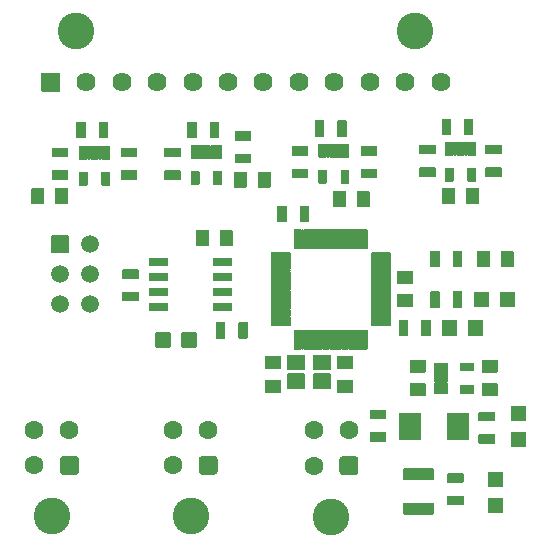
<source format=gts>
G04 #@! TF.GenerationSoftware,KiCad,Pcbnew,5.1.10*
G04 #@! TF.CreationDate,2022-03-08T21:35:18-05:00*
G04 #@! TF.ProjectId,throttle,7468726f-7474-46c6-952e-6b696361645f,Rev 2*
G04 #@! TF.SameCoordinates,Original*
G04 #@! TF.FileFunction,Soldermask,Top*
G04 #@! TF.FilePolarity,Negative*
%FSLAX46Y46*%
G04 Gerber Fmt 4.6, Leading zero omitted, Abs format (unit mm)*
G04 Created by KiCad (PCBNEW 5.1.10) date 2022-03-08 21:35:18*
%MOMM*%
%LPD*%
G01*
G04 APERTURE LIST*
%ADD10C,3.102000*%
%ADD11C,1.602000*%
%ADD12C,1.502000*%
%ADD13C,1.622000*%
%ADD14C,3.101999*%
%ADD15C,0.100000*%
G04 APERTURE END LIST*
D10*
X162369500Y-127635000D03*
G36*
G01*
X164670500Y-122781000D02*
X164670500Y-123849000D01*
G75*
G02*
X164403500Y-124116000I-267000J0D01*
G01*
X163335500Y-124116000D01*
G75*
G02*
X163068500Y-123849000I0J267000D01*
G01*
X163068500Y-122781000D01*
G75*
G02*
X163335500Y-122514000I267000J0D01*
G01*
X164403500Y-122514000D01*
G75*
G02*
X164670500Y-122781000I0J-267000D01*
G01*
G37*
D11*
X160869500Y-123315000D03*
X163869500Y-120315000D03*
X160869500Y-120315000D03*
G36*
G01*
X194422000Y-109933501D02*
X194422000Y-108633499D01*
G75*
G02*
X194472999Y-108582500I50999J0D01*
G01*
X195173001Y-108582500D01*
G75*
G02*
X195224000Y-108633499I0J-50999D01*
G01*
X195224000Y-109933501D01*
G75*
G02*
X195173001Y-109984500I-50999J0D01*
G01*
X194472999Y-109984500D01*
G75*
G02*
X194422000Y-109933501I0J50999D01*
G01*
G37*
G36*
G01*
X196322000Y-109933501D02*
X196322000Y-108633499D01*
G75*
G02*
X196372999Y-108582500I50999J0D01*
G01*
X197073001Y-108582500D01*
G75*
G02*
X197124000Y-108633499I0J-50999D01*
G01*
X197124000Y-109933501D01*
G75*
G02*
X197073001Y-109984500I-50999J0D01*
G01*
X196372999Y-109984500D01*
G75*
G02*
X196322000Y-109933501I0J50999D01*
G01*
G37*
G36*
G01*
X198104000Y-109883501D02*
X198104000Y-108683499D01*
G75*
G02*
X198154999Y-108632500I50999J0D01*
G01*
X199355001Y-108632500D01*
G75*
G02*
X199406000Y-108683499I0J-50999D01*
G01*
X199406000Y-109883501D01*
G75*
G02*
X199355001Y-109934500I-50999J0D01*
G01*
X198154999Y-109934500D01*
G75*
G02*
X198104000Y-109883501I0J50999D01*
G01*
G37*
G36*
G01*
X200304000Y-109883501D02*
X200304000Y-108683499D01*
G75*
G02*
X200354999Y-108632500I50999J0D01*
G01*
X201555001Y-108632500D01*
G75*
G02*
X201606000Y-108683499I0J-50999D01*
G01*
X201606000Y-109883501D01*
G75*
G02*
X201555001Y-109934500I-50999J0D01*
G01*
X200354999Y-109934500D01*
G75*
G02*
X200304000Y-109883501I0J50999D01*
G01*
G37*
G36*
G01*
X191750000Y-112346501D02*
X191750000Y-111046499D01*
G75*
G02*
X191800999Y-110995500I50999J0D01*
G01*
X192501001Y-110995500D01*
G75*
G02*
X192552000Y-111046499I0J-50999D01*
G01*
X192552000Y-112346501D01*
G75*
G02*
X192501001Y-112397500I-50999J0D01*
G01*
X191800999Y-112397500D01*
G75*
G02*
X191750000Y-112346501I0J50999D01*
G01*
G37*
G36*
G01*
X193650000Y-112346501D02*
X193650000Y-111046499D01*
G75*
G02*
X193700999Y-110995500I50999J0D01*
G01*
X194401001Y-110995500D01*
G75*
G02*
X194452000Y-111046499I0J-50999D01*
G01*
X194452000Y-112346501D01*
G75*
G02*
X194401001Y-112397500I-50999J0D01*
G01*
X193700999Y-112397500D01*
G75*
G02*
X193650000Y-112346501I0J50999D01*
G01*
G37*
G36*
G01*
X195396000Y-112296501D02*
X195396000Y-111096499D01*
G75*
G02*
X195446999Y-111045500I50999J0D01*
G01*
X196647001Y-111045500D01*
G75*
G02*
X196698000Y-111096499I0J-50999D01*
G01*
X196698000Y-112296501D01*
G75*
G02*
X196647001Y-112347500I-50999J0D01*
G01*
X195446999Y-112347500D01*
G75*
G02*
X195396000Y-112296501I0J50999D01*
G01*
G37*
G36*
G01*
X197596000Y-112296501D02*
X197596000Y-111096499D01*
G75*
G02*
X197646999Y-111045500I50999J0D01*
G01*
X198847001Y-111045500D01*
G75*
G02*
X198898000Y-111096499I0J-50999D01*
G01*
X198898000Y-112296501D01*
G75*
G02*
X198847001Y-112347500I-50999J0D01*
G01*
X197646999Y-112347500D01*
G75*
G02*
X197596000Y-112296501I0J50999D01*
G01*
G37*
G36*
G01*
X177911999Y-95039500D02*
X179212001Y-95039500D01*
G75*
G02*
X179263000Y-95090499I0J-50999D01*
G01*
X179263000Y-95790501D01*
G75*
G02*
X179212001Y-95841500I-50999J0D01*
G01*
X177911999Y-95841500D01*
G75*
G02*
X177861000Y-95790501I0J50999D01*
G01*
X177861000Y-95090499D01*
G75*
G02*
X177911999Y-95039500I50999J0D01*
G01*
G37*
G36*
G01*
X177911999Y-96939500D02*
X179212001Y-96939500D01*
G75*
G02*
X179263000Y-96990499I0J-50999D01*
G01*
X179263000Y-97690501D01*
G75*
G02*
X179212001Y-97741500I-50999J0D01*
G01*
X177911999Y-97741500D01*
G75*
G02*
X177861000Y-97690501I0J50999D01*
G01*
X177861000Y-96990499D01*
G75*
G02*
X177911999Y-96939500I50999J0D01*
G01*
G37*
G36*
G01*
X177063000Y-111236999D02*
X177063000Y-112537001D01*
G75*
G02*
X177012001Y-112588000I-50999J0D01*
G01*
X176311999Y-112588000D01*
G75*
G02*
X176261000Y-112537001I0J50999D01*
G01*
X176261000Y-111236999D01*
G75*
G02*
X176311999Y-111186000I50999J0D01*
G01*
X177012001Y-111186000D01*
G75*
G02*
X177063000Y-111236999I0J-50999D01*
G01*
G37*
G36*
G01*
X178963000Y-111236999D02*
X178963000Y-112537001D01*
G75*
G02*
X178912001Y-112588000I-50999J0D01*
G01*
X178211999Y-112588000D01*
G75*
G02*
X178161000Y-112537001I0J50999D01*
G01*
X178161000Y-111236999D01*
G75*
G02*
X178211999Y-111186000I50999J0D01*
G01*
X178912001Y-111186000D01*
G75*
G02*
X178963000Y-111236999I0J-50999D01*
G01*
G37*
G36*
G01*
X172441000Y-112112499D02*
X172441000Y-113312501D01*
G75*
G02*
X172390001Y-113363500I-50999J0D01*
G01*
X171189999Y-113363500D01*
G75*
G02*
X171139000Y-113312501I0J50999D01*
G01*
X171139000Y-112112499D01*
G75*
G02*
X171189999Y-112061500I50999J0D01*
G01*
X172390001Y-112061500D01*
G75*
G02*
X172441000Y-112112499I0J-50999D01*
G01*
G37*
G36*
G01*
X174641000Y-112112499D02*
X174641000Y-113312501D01*
G75*
G02*
X174590001Y-113363500I-50999J0D01*
G01*
X173389999Y-113363500D01*
G75*
G02*
X173339000Y-113312501I0J50999D01*
G01*
X173339000Y-112112499D01*
G75*
G02*
X173389999Y-112061500I50999J0D01*
G01*
X174590001Y-112061500D01*
G75*
G02*
X174641000Y-112112499I0J-50999D01*
G01*
G37*
G36*
G01*
X175684000Y-103451500D02*
X175684000Y-104701500D01*
G75*
G02*
X175633000Y-104752500I-51000J0D01*
G01*
X174633000Y-104752500D01*
G75*
G02*
X174582000Y-104701500I0J51000D01*
G01*
X174582000Y-103451500D01*
G75*
G02*
X174633000Y-103400500I51000J0D01*
G01*
X175633000Y-103400500D01*
G75*
G02*
X175684000Y-103451500I0J-51000D01*
G01*
G37*
G36*
G01*
X177684000Y-103451500D02*
X177684000Y-104701500D01*
G75*
G02*
X177633000Y-104752500I-51000J0D01*
G01*
X176633000Y-104752500D01*
G75*
G02*
X176582000Y-104701500I0J51000D01*
G01*
X176582000Y-103451500D01*
G75*
G02*
X176633000Y-103400500I51000J0D01*
G01*
X177633000Y-103400500D01*
G75*
G02*
X177684000Y-103451500I0J-51000D01*
G01*
G37*
G36*
G01*
X201465000Y-105229500D02*
X201465000Y-106479500D01*
G75*
G02*
X201414000Y-106530500I-51000J0D01*
G01*
X200414000Y-106530500D01*
G75*
G02*
X200363000Y-106479500I0J51000D01*
G01*
X200363000Y-105229500D01*
G75*
G02*
X200414000Y-105178500I51000J0D01*
G01*
X201414000Y-105178500D01*
G75*
G02*
X201465000Y-105229500I0J-51000D01*
G01*
G37*
G36*
G01*
X199465000Y-105229500D02*
X199465000Y-106479500D01*
G75*
G02*
X199414000Y-106530500I-51000J0D01*
G01*
X198414000Y-106530500D01*
G75*
G02*
X198363000Y-106479500I0J51000D01*
G01*
X198363000Y-105229500D01*
G75*
G02*
X198414000Y-105178500I51000J0D01*
G01*
X199414000Y-105178500D01*
G75*
G02*
X199465000Y-105229500I0J-51000D01*
G01*
G37*
G36*
G01*
X192903000Y-109929500D02*
X191653000Y-109929500D01*
G75*
G02*
X191602000Y-109878500I0J51000D01*
G01*
X191602000Y-108878500D01*
G75*
G02*
X191653000Y-108827500I51000J0D01*
G01*
X192903000Y-108827500D01*
G75*
G02*
X192954000Y-108878500I0J-51000D01*
G01*
X192954000Y-109878500D01*
G75*
G02*
X192903000Y-109929500I-51000J0D01*
G01*
G37*
G36*
G01*
X192903000Y-107929500D02*
X191653000Y-107929500D01*
G75*
G02*
X191602000Y-107878500I0J51000D01*
G01*
X191602000Y-106878500D01*
G75*
G02*
X191653000Y-106827500I51000J0D01*
G01*
X192903000Y-106827500D01*
G75*
G02*
X192954000Y-106878500I0J-51000D01*
G01*
X192954000Y-107878500D01*
G75*
G02*
X192903000Y-107929500I-51000J0D01*
G01*
G37*
G36*
G01*
X186573000Y-116066500D02*
X187823000Y-116066500D01*
G75*
G02*
X187874000Y-116117500I0J-51000D01*
G01*
X187874000Y-117117500D01*
G75*
G02*
X187823000Y-117168500I-51000J0D01*
G01*
X186573000Y-117168500D01*
G75*
G02*
X186522000Y-117117500I0J51000D01*
G01*
X186522000Y-116117500D01*
G75*
G02*
X186573000Y-116066500I51000J0D01*
G01*
G37*
G36*
G01*
X186573000Y-114066500D02*
X187823000Y-114066500D01*
G75*
G02*
X187874000Y-114117500I0J-51000D01*
G01*
X187874000Y-115117500D01*
G75*
G02*
X187823000Y-115168500I-51000J0D01*
G01*
X186573000Y-115168500D01*
G75*
G02*
X186522000Y-115117500I0J51000D01*
G01*
X186522000Y-114117500D01*
G75*
G02*
X186573000Y-114066500I51000J0D01*
G01*
G37*
G36*
G01*
X181727000Y-117168500D02*
X180477000Y-117168500D01*
G75*
G02*
X180426000Y-117117500I0J51000D01*
G01*
X180426000Y-116117500D01*
G75*
G02*
X180477000Y-116066500I51000J0D01*
G01*
X181727000Y-116066500D01*
G75*
G02*
X181778000Y-116117500I0J-51000D01*
G01*
X181778000Y-117117500D01*
G75*
G02*
X181727000Y-117168500I-51000J0D01*
G01*
G37*
G36*
G01*
X181727000Y-115168500D02*
X180477000Y-115168500D01*
G75*
G02*
X180426000Y-115117500I0J51000D01*
G01*
X180426000Y-114117500D01*
G75*
G02*
X180477000Y-114066500I51000J0D01*
G01*
X181727000Y-114066500D01*
G75*
G02*
X181778000Y-114117500I0J-51000D01*
G01*
X181778000Y-115117500D01*
G75*
G02*
X181727000Y-115168500I-51000J0D01*
G01*
G37*
G36*
G01*
X162317000Y-105284500D02*
X162317000Y-103884500D01*
G75*
G02*
X162368000Y-103833500I51000J0D01*
G01*
X163768000Y-103833500D01*
G75*
G02*
X163819000Y-103884500I0J-51000D01*
G01*
X163819000Y-105284500D01*
G75*
G02*
X163768000Y-105335500I-51000J0D01*
G01*
X162368000Y-105335500D01*
G75*
G02*
X162317000Y-105284500I0J51000D01*
G01*
G37*
D12*
X165608000Y-104584500D03*
X163068000Y-107124500D03*
X165608000Y-107124500D03*
X163068000Y-109664500D03*
X165608000Y-109664500D03*
G36*
G01*
X163102719Y-90108499D02*
X163102719Y-91628501D01*
G75*
G02*
X163051720Y-91679500I-50999J0D01*
G01*
X161531718Y-91679500D01*
G75*
G02*
X161480719Y-91628501I0J50999D01*
G01*
X161480719Y-90108499D01*
G75*
G02*
X161531718Y-90057500I50999J0D01*
G01*
X163051720Y-90057500D01*
G75*
G02*
X163102719Y-90108499I0J-50999D01*
G01*
G37*
D13*
X165291718Y-90868500D03*
X168291717Y-90868500D03*
X171291716Y-90868500D03*
X174291715Y-90868500D03*
X177291714Y-90868500D03*
X180291713Y-90868500D03*
X183291713Y-90868500D03*
X186291712Y-90868500D03*
X189291711Y-90868500D03*
X192291710Y-90868500D03*
X195291709Y-90868500D03*
D14*
X164441763Y-86548501D03*
X193141706Y-86548501D03*
G36*
G01*
X195224000Y-105204499D02*
X195224000Y-106504501D01*
G75*
G02*
X195173001Y-106555500I-50999J0D01*
G01*
X194472999Y-106555500D01*
G75*
G02*
X194422000Y-106504501I0J50999D01*
G01*
X194422000Y-105204499D01*
G75*
G02*
X194472999Y-105153500I50999J0D01*
G01*
X195173001Y-105153500D01*
G75*
G02*
X195224000Y-105204499I0J-50999D01*
G01*
G37*
G36*
G01*
X197124000Y-105204499D02*
X197124000Y-106504501D01*
G75*
G02*
X197073001Y-106555500I-50999J0D01*
G01*
X196372999Y-106555500D01*
G75*
G02*
X196322000Y-106504501I0J50999D01*
G01*
X196322000Y-105204499D01*
G75*
G02*
X196372999Y-105153500I50999J0D01*
G01*
X197073001Y-105153500D01*
G75*
G02*
X197124000Y-105204499I0J-50999D01*
G01*
G37*
G36*
G01*
X169687001Y-109430500D02*
X168386999Y-109430500D01*
G75*
G02*
X168336000Y-109379501I0J50999D01*
G01*
X168336000Y-108679499D01*
G75*
G02*
X168386999Y-108628500I50999J0D01*
G01*
X169687001Y-108628500D01*
G75*
G02*
X169738000Y-108679499I0J-50999D01*
G01*
X169738000Y-109379501D01*
G75*
G02*
X169687001Y-109430500I-50999J0D01*
G01*
G37*
G36*
G01*
X169687001Y-107530500D02*
X168386999Y-107530500D01*
G75*
G02*
X168336000Y-107479501I0J50999D01*
G01*
X168336000Y-106779499D01*
G75*
G02*
X168386999Y-106728500I50999J0D01*
G01*
X169687001Y-106728500D01*
G75*
G02*
X169738000Y-106779499I0J-50999D01*
G01*
X169738000Y-107479501D01*
G75*
G02*
X169687001Y-107530500I-50999J0D01*
G01*
G37*
G36*
G01*
X181468000Y-102694501D02*
X181468000Y-101394499D01*
G75*
G02*
X181518999Y-101343500I50999J0D01*
G01*
X182219001Y-101343500D01*
G75*
G02*
X182270000Y-101394499I0J-50999D01*
G01*
X182270000Y-102694501D01*
G75*
G02*
X182219001Y-102745500I-50999J0D01*
G01*
X181518999Y-102745500D01*
G75*
G02*
X181468000Y-102694501I0J50999D01*
G01*
G37*
G36*
G01*
X183368000Y-102694501D02*
X183368000Y-101394499D01*
G75*
G02*
X183418999Y-101343500I50999J0D01*
G01*
X184119001Y-101343500D01*
G75*
G02*
X184170000Y-101394499I0J-50999D01*
G01*
X184170000Y-102694501D01*
G75*
G02*
X184119001Y-102745500I-50999J0D01*
G01*
X183418999Y-102745500D01*
G75*
G02*
X183368000Y-102694501I0J50999D01*
G01*
G37*
G36*
G01*
X196174000Y-94028499D02*
X196174000Y-95328501D01*
G75*
G02*
X196123001Y-95379500I-50999J0D01*
G01*
X195422999Y-95379500D01*
G75*
G02*
X195372000Y-95328501I0J50999D01*
G01*
X195372000Y-94028499D01*
G75*
G02*
X195422999Y-93977500I50999J0D01*
G01*
X196123001Y-93977500D01*
G75*
G02*
X196174000Y-94028499I0J-50999D01*
G01*
G37*
G36*
G01*
X198074000Y-94028499D02*
X198074000Y-95328501D01*
G75*
G02*
X198023001Y-95379500I-50999J0D01*
G01*
X197322999Y-95379500D01*
G75*
G02*
X197272000Y-95328501I0J50999D01*
G01*
X197272000Y-94028499D01*
G75*
G02*
X197322999Y-93977500I50999J0D01*
G01*
X198023001Y-93977500D01*
G75*
G02*
X198074000Y-94028499I0J-50999D01*
G01*
G37*
G36*
G01*
X174650000Y-94282499D02*
X174650000Y-95582501D01*
G75*
G02*
X174599001Y-95633500I-50999J0D01*
G01*
X173898999Y-95633500D01*
G75*
G02*
X173848000Y-95582501I0J50999D01*
G01*
X173848000Y-94282499D01*
G75*
G02*
X173898999Y-94231500I50999J0D01*
G01*
X174599001Y-94231500D01*
G75*
G02*
X174650000Y-94282499I0J-50999D01*
G01*
G37*
G36*
G01*
X176550000Y-94282499D02*
X176550000Y-95582501D01*
G75*
G02*
X176499001Y-95633500I-50999J0D01*
G01*
X175798999Y-95633500D01*
G75*
G02*
X175748000Y-95582501I0J50999D01*
G01*
X175748000Y-94282499D01*
G75*
G02*
X175798999Y-94231500I50999J0D01*
G01*
X176499001Y-94231500D01*
G75*
G02*
X176550000Y-94282499I0J-50999D01*
G01*
G37*
G36*
G01*
X199120999Y-98082500D02*
X200421001Y-98082500D01*
G75*
G02*
X200472000Y-98133499I0J-50999D01*
G01*
X200472000Y-98833501D01*
G75*
G02*
X200421001Y-98884500I-50999J0D01*
G01*
X199120999Y-98884500D01*
G75*
G02*
X199070000Y-98833501I0J50999D01*
G01*
X199070000Y-98133499D01*
G75*
G02*
X199120999Y-98082500I50999J0D01*
G01*
G37*
G36*
G01*
X199120999Y-96182500D02*
X200421001Y-96182500D01*
G75*
G02*
X200472000Y-96233499I0J-50999D01*
G01*
X200472000Y-96933501D01*
G75*
G02*
X200421001Y-96984500I-50999J0D01*
G01*
X199120999Y-96984500D01*
G75*
G02*
X199070000Y-96933501I0J50999D01*
G01*
X199070000Y-96233499D01*
G75*
G02*
X199120999Y-96182500I50999J0D01*
G01*
G37*
G36*
G01*
X194833001Y-98884500D02*
X193532999Y-98884500D01*
G75*
G02*
X193482000Y-98833501I0J50999D01*
G01*
X193482000Y-98133499D01*
G75*
G02*
X193532999Y-98082500I50999J0D01*
G01*
X194833001Y-98082500D01*
G75*
G02*
X194884000Y-98133499I0J-50999D01*
G01*
X194884000Y-98833501D01*
G75*
G02*
X194833001Y-98884500I-50999J0D01*
G01*
G37*
G36*
G01*
X194833001Y-96984500D02*
X193532999Y-96984500D01*
G75*
G02*
X193482000Y-96933501I0J50999D01*
G01*
X193482000Y-96233499D01*
G75*
G02*
X193532999Y-96182500I50999J0D01*
G01*
X194833001Y-96182500D01*
G75*
G02*
X194884000Y-96233499I0J-50999D01*
G01*
X194884000Y-96933501D01*
G75*
G02*
X194833001Y-96984500I-50999J0D01*
G01*
G37*
G36*
G01*
X173243001Y-97238500D02*
X171942999Y-97238500D01*
G75*
G02*
X171892000Y-97187501I0J50999D01*
G01*
X171892000Y-96487499D01*
G75*
G02*
X171942999Y-96436500I50999J0D01*
G01*
X173243001Y-96436500D01*
G75*
G02*
X173294000Y-96487499I0J-50999D01*
G01*
X173294000Y-97187501D01*
G75*
G02*
X173243001Y-97238500I-50999J0D01*
G01*
G37*
G36*
G01*
X173243001Y-99138500D02*
X171942999Y-99138500D01*
G75*
G02*
X171892000Y-99087501I0J50999D01*
G01*
X171892000Y-98387499D01*
G75*
G02*
X171942999Y-98336500I50999J0D01*
G01*
X173243001Y-98336500D01*
G75*
G02*
X173294000Y-98387499I0J-50999D01*
G01*
X173294000Y-99087501D01*
G75*
G02*
X173243001Y-99138500I-50999J0D01*
G01*
G37*
G36*
G01*
X187345000Y-94155499D02*
X187345000Y-95455501D01*
G75*
G02*
X187294001Y-95506500I-50999J0D01*
G01*
X186593999Y-95506500D01*
G75*
G02*
X186543000Y-95455501I0J50999D01*
G01*
X186543000Y-94155499D01*
G75*
G02*
X186593999Y-94104500I50999J0D01*
G01*
X187294001Y-94104500D01*
G75*
G02*
X187345000Y-94155499I0J-50999D01*
G01*
G37*
G36*
G01*
X185445000Y-94155499D02*
X185445000Y-95455501D01*
G75*
G02*
X185394001Y-95506500I-50999J0D01*
G01*
X184693999Y-95506500D01*
G75*
G02*
X184643000Y-95455501I0J50999D01*
G01*
X184643000Y-94155499D01*
G75*
G02*
X184693999Y-94104500I50999J0D01*
G01*
X185394001Y-94104500D01*
G75*
G02*
X185445000Y-94155499I0J-50999D01*
G01*
G37*
G36*
G01*
X165252000Y-94282499D02*
X165252000Y-95582501D01*
G75*
G02*
X165201001Y-95633500I-50999J0D01*
G01*
X164500999Y-95633500D01*
G75*
G02*
X164450000Y-95582501I0J50999D01*
G01*
X164450000Y-94282499D01*
G75*
G02*
X164500999Y-94231500I50999J0D01*
G01*
X165201001Y-94231500D01*
G75*
G02*
X165252000Y-94282499I0J-50999D01*
G01*
G37*
G36*
G01*
X167152000Y-94282499D02*
X167152000Y-95582501D01*
G75*
G02*
X167101001Y-95633500I-50999J0D01*
G01*
X166400999Y-95633500D01*
G75*
G02*
X166350000Y-95582501I0J50999D01*
G01*
X166350000Y-94282499D01*
G75*
G02*
X166400999Y-94231500I50999J0D01*
G01*
X167101001Y-94231500D01*
G75*
G02*
X167152000Y-94282499I0J-50999D01*
G01*
G37*
G36*
G01*
X188579999Y-96309500D02*
X189880001Y-96309500D01*
G75*
G02*
X189931000Y-96360499I0J-50999D01*
G01*
X189931000Y-97060501D01*
G75*
G02*
X189880001Y-97111500I-50999J0D01*
G01*
X188579999Y-97111500D01*
G75*
G02*
X188529000Y-97060501I0J50999D01*
G01*
X188529000Y-96360499D01*
G75*
G02*
X188579999Y-96309500I50999J0D01*
G01*
G37*
G36*
G01*
X188579999Y-98209500D02*
X189880001Y-98209500D01*
G75*
G02*
X189931000Y-98260499I0J-50999D01*
G01*
X189931000Y-98960501D01*
G75*
G02*
X189880001Y-99011500I-50999J0D01*
G01*
X188579999Y-99011500D01*
G75*
G02*
X188529000Y-98960501I0J50999D01*
G01*
X188529000Y-98260499D01*
G75*
G02*
X188579999Y-98209500I50999J0D01*
G01*
G37*
G36*
G01*
X184038001Y-99011500D02*
X182737999Y-99011500D01*
G75*
G02*
X182687000Y-98960501I0J50999D01*
G01*
X182687000Y-98260499D01*
G75*
G02*
X182737999Y-98209500I50999J0D01*
G01*
X184038001Y-98209500D01*
G75*
G02*
X184089000Y-98260499I0J-50999D01*
G01*
X184089000Y-98960501D01*
G75*
G02*
X184038001Y-99011500I-50999J0D01*
G01*
G37*
G36*
G01*
X184038001Y-97111500D02*
X182737999Y-97111500D01*
G75*
G02*
X182687000Y-97060501I0J50999D01*
G01*
X182687000Y-96360499D01*
G75*
G02*
X182737999Y-96309500I50999J0D01*
G01*
X184038001Y-96309500D01*
G75*
G02*
X184089000Y-96360499I0J-50999D01*
G01*
X184089000Y-97060501D01*
G75*
G02*
X184038001Y-97111500I-50999J0D01*
G01*
G37*
G36*
G01*
X168259999Y-98336500D02*
X169560001Y-98336500D01*
G75*
G02*
X169611000Y-98387499I0J-50999D01*
G01*
X169611000Y-99087501D01*
G75*
G02*
X169560001Y-99138500I-50999J0D01*
G01*
X168259999Y-99138500D01*
G75*
G02*
X168209000Y-99087501I0J50999D01*
G01*
X168209000Y-98387499D01*
G75*
G02*
X168259999Y-98336500I50999J0D01*
G01*
G37*
G36*
G01*
X168259999Y-96436500D02*
X169560001Y-96436500D01*
G75*
G02*
X169611000Y-96487499I0J-50999D01*
G01*
X169611000Y-97187501D01*
G75*
G02*
X169560001Y-97238500I-50999J0D01*
G01*
X168259999Y-97238500D01*
G75*
G02*
X168209000Y-97187501I0J50999D01*
G01*
X168209000Y-96487499D01*
G75*
G02*
X168259999Y-96436500I50999J0D01*
G01*
G37*
G36*
G01*
X163718001Y-99138500D02*
X162417999Y-99138500D01*
G75*
G02*
X162367000Y-99087501I0J50999D01*
G01*
X162367000Y-98387499D01*
G75*
G02*
X162417999Y-98336500I50999J0D01*
G01*
X163718001Y-98336500D01*
G75*
G02*
X163769000Y-98387499I0J-50999D01*
G01*
X163769000Y-99087501D01*
G75*
G02*
X163718001Y-99138500I-50999J0D01*
G01*
G37*
G36*
G01*
X163718001Y-97238500D02*
X162417999Y-97238500D01*
G75*
G02*
X162367000Y-97187501I0J50999D01*
G01*
X162367000Y-96487499D01*
G75*
G02*
X162417999Y-96436500I50999J0D01*
G01*
X163718001Y-96436500D01*
G75*
G02*
X163769000Y-96487499I0J-50999D01*
G01*
X163769000Y-97187501D01*
G75*
G02*
X163718001Y-97238500I-50999J0D01*
G01*
G37*
G36*
G01*
X172243000Y-109618500D02*
X172243000Y-110218500D01*
G75*
G02*
X172192000Y-110269500I-51000J0D01*
G01*
X170642000Y-110269500D01*
G75*
G02*
X170591000Y-110218500I0J51000D01*
G01*
X170591000Y-109618500D01*
G75*
G02*
X170642000Y-109567500I51000J0D01*
G01*
X172192000Y-109567500D01*
G75*
G02*
X172243000Y-109618500I0J-51000D01*
G01*
G37*
G36*
G01*
X172243000Y-108348500D02*
X172243000Y-108948500D01*
G75*
G02*
X172192000Y-108999500I-51000J0D01*
G01*
X170642000Y-108999500D01*
G75*
G02*
X170591000Y-108948500I0J51000D01*
G01*
X170591000Y-108348500D01*
G75*
G02*
X170642000Y-108297500I51000J0D01*
G01*
X172192000Y-108297500D01*
G75*
G02*
X172243000Y-108348500I0J-51000D01*
G01*
G37*
G36*
G01*
X172243000Y-107078500D02*
X172243000Y-107678500D01*
G75*
G02*
X172192000Y-107729500I-51000J0D01*
G01*
X170642000Y-107729500D01*
G75*
G02*
X170591000Y-107678500I0J51000D01*
G01*
X170591000Y-107078500D01*
G75*
G02*
X170642000Y-107027500I51000J0D01*
G01*
X172192000Y-107027500D01*
G75*
G02*
X172243000Y-107078500I0J-51000D01*
G01*
G37*
G36*
G01*
X172243000Y-105808500D02*
X172243000Y-106408500D01*
G75*
G02*
X172192000Y-106459500I-51000J0D01*
G01*
X170642000Y-106459500D01*
G75*
G02*
X170591000Y-106408500I0J51000D01*
G01*
X170591000Y-105808500D01*
G75*
G02*
X170642000Y-105757500I51000J0D01*
G01*
X172192000Y-105757500D01*
G75*
G02*
X172243000Y-105808500I0J-51000D01*
G01*
G37*
G36*
G01*
X177643000Y-105808500D02*
X177643000Y-106408500D01*
G75*
G02*
X177592000Y-106459500I-51000J0D01*
G01*
X176042000Y-106459500D01*
G75*
G02*
X175991000Y-106408500I0J51000D01*
G01*
X175991000Y-105808500D01*
G75*
G02*
X176042000Y-105757500I51000J0D01*
G01*
X177592000Y-105757500D01*
G75*
G02*
X177643000Y-105808500I0J-51000D01*
G01*
G37*
G36*
G01*
X177643000Y-107078500D02*
X177643000Y-107678500D01*
G75*
G02*
X177592000Y-107729500I-51000J0D01*
G01*
X176042000Y-107729500D01*
G75*
G02*
X175991000Y-107678500I0J51000D01*
G01*
X175991000Y-107078500D01*
G75*
G02*
X176042000Y-107027500I51000J0D01*
G01*
X177592000Y-107027500D01*
G75*
G02*
X177643000Y-107078500I0J-51000D01*
G01*
G37*
G36*
G01*
X177643000Y-108348500D02*
X177643000Y-108948500D01*
G75*
G02*
X177592000Y-108999500I-51000J0D01*
G01*
X176042000Y-108999500D01*
G75*
G02*
X175991000Y-108948500I0J51000D01*
G01*
X175991000Y-108348500D01*
G75*
G02*
X176042000Y-108297500I51000J0D01*
G01*
X177592000Y-108297500D01*
G75*
G02*
X177643000Y-108348500I0J-51000D01*
G01*
G37*
G36*
G01*
X177643000Y-109618500D02*
X177643000Y-110218500D01*
G75*
G02*
X177592000Y-110269500I-51000J0D01*
G01*
X176042000Y-110269500D01*
G75*
G02*
X175991000Y-110218500I0J51000D01*
G01*
X175991000Y-109618500D01*
G75*
G02*
X176042000Y-109567500I51000J0D01*
G01*
X177592000Y-109567500D01*
G75*
G02*
X177643000Y-109618500I0J-51000D01*
G01*
G37*
G36*
G01*
X180895000Y-105888500D02*
X180895000Y-105338500D01*
G75*
G02*
X180946000Y-105287500I51000J0D01*
G01*
X182546000Y-105287500D01*
G75*
G02*
X182597000Y-105338500I0J-51000D01*
G01*
X182597000Y-105888500D01*
G75*
G02*
X182546000Y-105939500I-51000J0D01*
G01*
X180946000Y-105939500D01*
G75*
G02*
X180895000Y-105888500I0J51000D01*
G01*
G37*
G36*
G01*
X180895000Y-106688500D02*
X180895000Y-106138500D01*
G75*
G02*
X180946000Y-106087500I51000J0D01*
G01*
X182546000Y-106087500D01*
G75*
G02*
X182597000Y-106138500I0J-51000D01*
G01*
X182597000Y-106688500D01*
G75*
G02*
X182546000Y-106739500I-51000J0D01*
G01*
X180946000Y-106739500D01*
G75*
G02*
X180895000Y-106688500I0J51000D01*
G01*
G37*
G36*
G01*
X180895000Y-107488500D02*
X180895000Y-106938500D01*
G75*
G02*
X180946000Y-106887500I51000J0D01*
G01*
X182546000Y-106887500D01*
G75*
G02*
X182597000Y-106938500I0J-51000D01*
G01*
X182597000Y-107488500D01*
G75*
G02*
X182546000Y-107539500I-51000J0D01*
G01*
X180946000Y-107539500D01*
G75*
G02*
X180895000Y-107488500I0J51000D01*
G01*
G37*
G36*
G01*
X180895000Y-108288500D02*
X180895000Y-107738500D01*
G75*
G02*
X180946000Y-107687500I51000J0D01*
G01*
X182546000Y-107687500D01*
G75*
G02*
X182597000Y-107738500I0J-51000D01*
G01*
X182597000Y-108288500D01*
G75*
G02*
X182546000Y-108339500I-51000J0D01*
G01*
X180946000Y-108339500D01*
G75*
G02*
X180895000Y-108288500I0J51000D01*
G01*
G37*
G36*
G01*
X180895000Y-109088500D02*
X180895000Y-108538500D01*
G75*
G02*
X180946000Y-108487500I51000J0D01*
G01*
X182546000Y-108487500D01*
G75*
G02*
X182597000Y-108538500I0J-51000D01*
G01*
X182597000Y-109088500D01*
G75*
G02*
X182546000Y-109139500I-51000J0D01*
G01*
X180946000Y-109139500D01*
G75*
G02*
X180895000Y-109088500I0J51000D01*
G01*
G37*
G36*
G01*
X180895000Y-109888500D02*
X180895000Y-109338500D01*
G75*
G02*
X180946000Y-109287500I51000J0D01*
G01*
X182546000Y-109287500D01*
G75*
G02*
X182597000Y-109338500I0J-51000D01*
G01*
X182597000Y-109888500D01*
G75*
G02*
X182546000Y-109939500I-51000J0D01*
G01*
X180946000Y-109939500D01*
G75*
G02*
X180895000Y-109888500I0J51000D01*
G01*
G37*
G36*
G01*
X180895000Y-110688500D02*
X180895000Y-110138500D01*
G75*
G02*
X180946000Y-110087500I51000J0D01*
G01*
X182546000Y-110087500D01*
G75*
G02*
X182597000Y-110138500I0J-51000D01*
G01*
X182597000Y-110688500D01*
G75*
G02*
X182546000Y-110739500I-51000J0D01*
G01*
X180946000Y-110739500D01*
G75*
G02*
X180895000Y-110688500I0J51000D01*
G01*
G37*
G36*
G01*
X180895000Y-111488500D02*
X180895000Y-110938500D01*
G75*
G02*
X180946000Y-110887500I51000J0D01*
G01*
X182546000Y-110887500D01*
G75*
G02*
X182597000Y-110938500I0J-51000D01*
G01*
X182597000Y-111488500D01*
G75*
G02*
X182546000Y-111539500I-51000J0D01*
G01*
X180946000Y-111539500D01*
G75*
G02*
X180895000Y-111488500I0J51000D01*
G01*
G37*
G36*
G01*
X183471000Y-113514500D02*
X182921000Y-113514500D01*
G75*
G02*
X182870000Y-113463500I0J51000D01*
G01*
X182870000Y-111863500D01*
G75*
G02*
X182921000Y-111812500I51000J0D01*
G01*
X183471000Y-111812500D01*
G75*
G02*
X183522000Y-111863500I0J-51000D01*
G01*
X183522000Y-113463500D01*
G75*
G02*
X183471000Y-113514500I-51000J0D01*
G01*
G37*
G36*
G01*
X184271000Y-113514500D02*
X183721000Y-113514500D01*
G75*
G02*
X183670000Y-113463500I0J51000D01*
G01*
X183670000Y-111863500D01*
G75*
G02*
X183721000Y-111812500I51000J0D01*
G01*
X184271000Y-111812500D01*
G75*
G02*
X184322000Y-111863500I0J-51000D01*
G01*
X184322000Y-113463500D01*
G75*
G02*
X184271000Y-113514500I-51000J0D01*
G01*
G37*
G36*
G01*
X185071000Y-113514500D02*
X184521000Y-113514500D01*
G75*
G02*
X184470000Y-113463500I0J51000D01*
G01*
X184470000Y-111863500D01*
G75*
G02*
X184521000Y-111812500I51000J0D01*
G01*
X185071000Y-111812500D01*
G75*
G02*
X185122000Y-111863500I0J-51000D01*
G01*
X185122000Y-113463500D01*
G75*
G02*
X185071000Y-113514500I-51000J0D01*
G01*
G37*
G36*
G01*
X185871000Y-113514500D02*
X185321000Y-113514500D01*
G75*
G02*
X185270000Y-113463500I0J51000D01*
G01*
X185270000Y-111863500D01*
G75*
G02*
X185321000Y-111812500I51000J0D01*
G01*
X185871000Y-111812500D01*
G75*
G02*
X185922000Y-111863500I0J-51000D01*
G01*
X185922000Y-113463500D01*
G75*
G02*
X185871000Y-113514500I-51000J0D01*
G01*
G37*
G36*
G01*
X186671000Y-113514500D02*
X186121000Y-113514500D01*
G75*
G02*
X186070000Y-113463500I0J51000D01*
G01*
X186070000Y-111863500D01*
G75*
G02*
X186121000Y-111812500I51000J0D01*
G01*
X186671000Y-111812500D01*
G75*
G02*
X186722000Y-111863500I0J-51000D01*
G01*
X186722000Y-113463500D01*
G75*
G02*
X186671000Y-113514500I-51000J0D01*
G01*
G37*
G36*
G01*
X187471000Y-113514500D02*
X186921000Y-113514500D01*
G75*
G02*
X186870000Y-113463500I0J51000D01*
G01*
X186870000Y-111863500D01*
G75*
G02*
X186921000Y-111812500I51000J0D01*
G01*
X187471000Y-111812500D01*
G75*
G02*
X187522000Y-111863500I0J-51000D01*
G01*
X187522000Y-113463500D01*
G75*
G02*
X187471000Y-113514500I-51000J0D01*
G01*
G37*
G36*
G01*
X188271000Y-113514500D02*
X187721000Y-113514500D01*
G75*
G02*
X187670000Y-113463500I0J51000D01*
G01*
X187670000Y-111863500D01*
G75*
G02*
X187721000Y-111812500I51000J0D01*
G01*
X188271000Y-111812500D01*
G75*
G02*
X188322000Y-111863500I0J-51000D01*
G01*
X188322000Y-113463500D01*
G75*
G02*
X188271000Y-113514500I-51000J0D01*
G01*
G37*
G36*
G01*
X189071000Y-113514500D02*
X188521000Y-113514500D01*
G75*
G02*
X188470000Y-113463500I0J51000D01*
G01*
X188470000Y-111863500D01*
G75*
G02*
X188521000Y-111812500I51000J0D01*
G01*
X189071000Y-111812500D01*
G75*
G02*
X189122000Y-111863500I0J-51000D01*
G01*
X189122000Y-113463500D01*
G75*
G02*
X189071000Y-113514500I-51000J0D01*
G01*
G37*
G36*
G01*
X189395000Y-111488500D02*
X189395000Y-110938500D01*
G75*
G02*
X189446000Y-110887500I51000J0D01*
G01*
X191046000Y-110887500D01*
G75*
G02*
X191097000Y-110938500I0J-51000D01*
G01*
X191097000Y-111488500D01*
G75*
G02*
X191046000Y-111539500I-51000J0D01*
G01*
X189446000Y-111539500D01*
G75*
G02*
X189395000Y-111488500I0J51000D01*
G01*
G37*
G36*
G01*
X189395000Y-110688500D02*
X189395000Y-110138500D01*
G75*
G02*
X189446000Y-110087500I51000J0D01*
G01*
X191046000Y-110087500D01*
G75*
G02*
X191097000Y-110138500I0J-51000D01*
G01*
X191097000Y-110688500D01*
G75*
G02*
X191046000Y-110739500I-51000J0D01*
G01*
X189446000Y-110739500D01*
G75*
G02*
X189395000Y-110688500I0J51000D01*
G01*
G37*
G36*
G01*
X189395000Y-109888500D02*
X189395000Y-109338500D01*
G75*
G02*
X189446000Y-109287500I51000J0D01*
G01*
X191046000Y-109287500D01*
G75*
G02*
X191097000Y-109338500I0J-51000D01*
G01*
X191097000Y-109888500D01*
G75*
G02*
X191046000Y-109939500I-51000J0D01*
G01*
X189446000Y-109939500D01*
G75*
G02*
X189395000Y-109888500I0J51000D01*
G01*
G37*
G36*
G01*
X189395000Y-109088500D02*
X189395000Y-108538500D01*
G75*
G02*
X189446000Y-108487500I51000J0D01*
G01*
X191046000Y-108487500D01*
G75*
G02*
X191097000Y-108538500I0J-51000D01*
G01*
X191097000Y-109088500D01*
G75*
G02*
X191046000Y-109139500I-51000J0D01*
G01*
X189446000Y-109139500D01*
G75*
G02*
X189395000Y-109088500I0J51000D01*
G01*
G37*
G36*
G01*
X189395000Y-108288500D02*
X189395000Y-107738500D01*
G75*
G02*
X189446000Y-107687500I51000J0D01*
G01*
X191046000Y-107687500D01*
G75*
G02*
X191097000Y-107738500I0J-51000D01*
G01*
X191097000Y-108288500D01*
G75*
G02*
X191046000Y-108339500I-51000J0D01*
G01*
X189446000Y-108339500D01*
G75*
G02*
X189395000Y-108288500I0J51000D01*
G01*
G37*
G36*
G01*
X189395000Y-107488500D02*
X189395000Y-106938500D01*
G75*
G02*
X189446000Y-106887500I51000J0D01*
G01*
X191046000Y-106887500D01*
G75*
G02*
X191097000Y-106938500I0J-51000D01*
G01*
X191097000Y-107488500D01*
G75*
G02*
X191046000Y-107539500I-51000J0D01*
G01*
X189446000Y-107539500D01*
G75*
G02*
X189395000Y-107488500I0J51000D01*
G01*
G37*
G36*
G01*
X189395000Y-106688500D02*
X189395000Y-106138500D01*
G75*
G02*
X189446000Y-106087500I51000J0D01*
G01*
X191046000Y-106087500D01*
G75*
G02*
X191097000Y-106138500I0J-51000D01*
G01*
X191097000Y-106688500D01*
G75*
G02*
X191046000Y-106739500I-51000J0D01*
G01*
X189446000Y-106739500D01*
G75*
G02*
X189395000Y-106688500I0J51000D01*
G01*
G37*
G36*
G01*
X189395000Y-105888500D02*
X189395000Y-105338500D01*
G75*
G02*
X189446000Y-105287500I51000J0D01*
G01*
X191046000Y-105287500D01*
G75*
G02*
X191097000Y-105338500I0J-51000D01*
G01*
X191097000Y-105888500D01*
G75*
G02*
X191046000Y-105939500I-51000J0D01*
G01*
X189446000Y-105939500D01*
G75*
G02*
X189395000Y-105888500I0J51000D01*
G01*
G37*
G36*
G01*
X189071000Y-105014500D02*
X188521000Y-105014500D01*
G75*
G02*
X188470000Y-104963500I0J51000D01*
G01*
X188470000Y-103363500D01*
G75*
G02*
X188521000Y-103312500I51000J0D01*
G01*
X189071000Y-103312500D01*
G75*
G02*
X189122000Y-103363500I0J-51000D01*
G01*
X189122000Y-104963500D01*
G75*
G02*
X189071000Y-105014500I-51000J0D01*
G01*
G37*
G36*
G01*
X188271000Y-105014500D02*
X187721000Y-105014500D01*
G75*
G02*
X187670000Y-104963500I0J51000D01*
G01*
X187670000Y-103363500D01*
G75*
G02*
X187721000Y-103312500I51000J0D01*
G01*
X188271000Y-103312500D01*
G75*
G02*
X188322000Y-103363500I0J-51000D01*
G01*
X188322000Y-104963500D01*
G75*
G02*
X188271000Y-105014500I-51000J0D01*
G01*
G37*
G36*
G01*
X187471000Y-105014500D02*
X186921000Y-105014500D01*
G75*
G02*
X186870000Y-104963500I0J51000D01*
G01*
X186870000Y-103363500D01*
G75*
G02*
X186921000Y-103312500I51000J0D01*
G01*
X187471000Y-103312500D01*
G75*
G02*
X187522000Y-103363500I0J-51000D01*
G01*
X187522000Y-104963500D01*
G75*
G02*
X187471000Y-105014500I-51000J0D01*
G01*
G37*
G36*
G01*
X186671000Y-105014500D02*
X186121000Y-105014500D01*
G75*
G02*
X186070000Y-104963500I0J51000D01*
G01*
X186070000Y-103363500D01*
G75*
G02*
X186121000Y-103312500I51000J0D01*
G01*
X186671000Y-103312500D01*
G75*
G02*
X186722000Y-103363500I0J-51000D01*
G01*
X186722000Y-104963500D01*
G75*
G02*
X186671000Y-105014500I-51000J0D01*
G01*
G37*
G36*
G01*
X185871000Y-105014500D02*
X185321000Y-105014500D01*
G75*
G02*
X185270000Y-104963500I0J51000D01*
G01*
X185270000Y-103363500D01*
G75*
G02*
X185321000Y-103312500I51000J0D01*
G01*
X185871000Y-103312500D01*
G75*
G02*
X185922000Y-103363500I0J-51000D01*
G01*
X185922000Y-104963500D01*
G75*
G02*
X185871000Y-105014500I-51000J0D01*
G01*
G37*
G36*
G01*
X185071000Y-105014500D02*
X184521000Y-105014500D01*
G75*
G02*
X184470000Y-104963500I0J51000D01*
G01*
X184470000Y-103363500D01*
G75*
G02*
X184521000Y-103312500I51000J0D01*
G01*
X185071000Y-103312500D01*
G75*
G02*
X185122000Y-103363500I0J-51000D01*
G01*
X185122000Y-104963500D01*
G75*
G02*
X185071000Y-105014500I-51000J0D01*
G01*
G37*
G36*
G01*
X184271000Y-105014500D02*
X183721000Y-105014500D01*
G75*
G02*
X183670000Y-104963500I0J51000D01*
G01*
X183670000Y-103363500D01*
G75*
G02*
X183721000Y-103312500I51000J0D01*
G01*
X184271000Y-103312500D01*
G75*
G02*
X184322000Y-103363500I0J-51000D01*
G01*
X184322000Y-104963500D01*
G75*
G02*
X184271000Y-105014500I-51000J0D01*
G01*
G37*
G36*
G01*
X183471000Y-105014500D02*
X182921000Y-105014500D01*
G75*
G02*
X182870000Y-104963500I0J51000D01*
G01*
X182870000Y-103363500D01*
G75*
G02*
X182921000Y-103312500I51000J0D01*
G01*
X183471000Y-103312500D01*
G75*
G02*
X183522000Y-103363500I0J-51000D01*
G01*
X183522000Y-104963500D01*
G75*
G02*
X183471000Y-105014500I-51000J0D01*
G01*
G37*
G36*
G01*
X186001000Y-113979499D02*
X186001000Y-115179501D01*
G75*
G02*
X185950001Y-115230500I-50999J0D01*
G01*
X184549999Y-115230500D01*
G75*
G02*
X184499000Y-115179501I0J50999D01*
G01*
X184499000Y-113979499D01*
G75*
G02*
X184549999Y-113928500I50999J0D01*
G01*
X185950001Y-113928500D01*
G75*
G02*
X186001000Y-113979499I0J-50999D01*
G01*
G37*
G36*
G01*
X183801000Y-113979499D02*
X183801000Y-115179501D01*
G75*
G02*
X183750001Y-115230500I-50999J0D01*
G01*
X182349999Y-115230500D01*
G75*
G02*
X182299000Y-115179501I0J50999D01*
G01*
X182299000Y-113979499D01*
G75*
G02*
X182349999Y-113928500I50999J0D01*
G01*
X183750001Y-113928500D01*
G75*
G02*
X183801000Y-113979499I0J-50999D01*
G01*
G37*
G36*
G01*
X183801000Y-115579499D02*
X183801000Y-116779501D01*
G75*
G02*
X183750001Y-116830500I-50999J0D01*
G01*
X182349999Y-116830500D01*
G75*
G02*
X182299000Y-116779501I0J50999D01*
G01*
X182299000Y-115579499D01*
G75*
G02*
X182349999Y-115528500I50999J0D01*
G01*
X183750001Y-115528500D01*
G75*
G02*
X183801000Y-115579499I0J-50999D01*
G01*
G37*
G36*
G01*
X186001000Y-115579499D02*
X186001000Y-116779501D01*
G75*
G02*
X185950001Y-116830500I-50999J0D01*
G01*
X184549999Y-116830500D01*
G75*
G02*
X184499000Y-116779501I0J50999D01*
G01*
X184499000Y-115579499D01*
G75*
G02*
X184549999Y-115528500I50999J0D01*
G01*
X185950001Y-115528500D01*
G75*
G02*
X186001000Y-115579499I0J-50999D01*
G01*
G37*
G36*
G01*
X197601999Y-98118500D02*
X198252001Y-98118500D01*
G75*
G02*
X198303000Y-98169499I0J-50999D01*
G01*
X198303000Y-99229501D01*
G75*
G02*
X198252001Y-99280500I-50999J0D01*
G01*
X197601999Y-99280500D01*
G75*
G02*
X197551000Y-99229501I0J50999D01*
G01*
X197551000Y-98169499D01*
G75*
G02*
X197601999Y-98118500I50999J0D01*
G01*
G37*
G36*
G01*
X195701999Y-98118500D02*
X196352001Y-98118500D01*
G75*
G02*
X196403000Y-98169499I0J-50999D01*
G01*
X196403000Y-99229501D01*
G75*
G02*
X196352001Y-99280500I-50999J0D01*
G01*
X195701999Y-99280500D01*
G75*
G02*
X195651000Y-99229501I0J50999D01*
G01*
X195651000Y-98169499D01*
G75*
G02*
X195701999Y-98118500I50999J0D01*
G01*
G37*
G36*
G01*
X195701999Y-95918500D02*
X196352001Y-95918500D01*
G75*
G02*
X196403000Y-95969499I0J-50999D01*
G01*
X196403000Y-97029501D01*
G75*
G02*
X196352001Y-97080500I-50999J0D01*
G01*
X195701999Y-97080500D01*
G75*
G02*
X195651000Y-97029501I0J50999D01*
G01*
X195651000Y-95969499D01*
G75*
G02*
X195701999Y-95918500I50999J0D01*
G01*
G37*
G36*
G01*
X196651999Y-95918500D02*
X197302001Y-95918500D01*
G75*
G02*
X197353000Y-95969499I0J-50999D01*
G01*
X197353000Y-97029501D01*
G75*
G02*
X197302001Y-97080500I-50999J0D01*
G01*
X196651999Y-97080500D01*
G75*
G02*
X196601000Y-97029501I0J50999D01*
G01*
X196601000Y-95969499D01*
G75*
G02*
X196651999Y-95918500I50999J0D01*
G01*
G37*
G36*
G01*
X197601999Y-95918500D02*
X198252001Y-95918500D01*
G75*
G02*
X198303000Y-95969499I0J-50999D01*
G01*
X198303000Y-97029501D01*
G75*
G02*
X198252001Y-97080500I-50999J0D01*
G01*
X197601999Y-97080500D01*
G75*
G02*
X197551000Y-97029501I0J50999D01*
G01*
X197551000Y-95969499D01*
G75*
G02*
X197601999Y-95918500I50999J0D01*
G01*
G37*
G36*
G01*
X176077999Y-96215500D02*
X176728001Y-96215500D01*
G75*
G02*
X176779000Y-96266499I0J-50999D01*
G01*
X176779000Y-97326501D01*
G75*
G02*
X176728001Y-97377500I-50999J0D01*
G01*
X176077999Y-97377500D01*
G75*
G02*
X176027000Y-97326501I0J50999D01*
G01*
X176027000Y-96266499D01*
G75*
G02*
X176077999Y-96215500I50999J0D01*
G01*
G37*
G36*
G01*
X175127999Y-96215500D02*
X175778001Y-96215500D01*
G75*
G02*
X175829000Y-96266499I0J-50999D01*
G01*
X175829000Y-97326501D01*
G75*
G02*
X175778001Y-97377500I-50999J0D01*
G01*
X175127999Y-97377500D01*
G75*
G02*
X175077000Y-97326501I0J50999D01*
G01*
X175077000Y-96266499D01*
G75*
G02*
X175127999Y-96215500I50999J0D01*
G01*
G37*
G36*
G01*
X174177999Y-96215500D02*
X174828001Y-96215500D01*
G75*
G02*
X174879000Y-96266499I0J-50999D01*
G01*
X174879000Y-97326501D01*
G75*
G02*
X174828001Y-97377500I-50999J0D01*
G01*
X174177999Y-97377500D01*
G75*
G02*
X174127000Y-97326501I0J50999D01*
G01*
X174127000Y-96266499D01*
G75*
G02*
X174177999Y-96215500I50999J0D01*
G01*
G37*
G36*
G01*
X174177999Y-98415500D02*
X174828001Y-98415500D01*
G75*
G02*
X174879000Y-98466499I0J-50999D01*
G01*
X174879000Y-99526501D01*
G75*
G02*
X174828001Y-99577500I-50999J0D01*
G01*
X174177999Y-99577500D01*
G75*
G02*
X174127000Y-99526501I0J50999D01*
G01*
X174127000Y-98466499D01*
G75*
G02*
X174177999Y-98415500I50999J0D01*
G01*
G37*
G36*
G01*
X176077999Y-98415500D02*
X176728001Y-98415500D01*
G75*
G02*
X176779000Y-98466499I0J-50999D01*
G01*
X176779000Y-99526501D01*
G75*
G02*
X176728001Y-99577500I-50999J0D01*
G01*
X176077999Y-99577500D01*
G75*
G02*
X176027000Y-99526501I0J50999D01*
G01*
X176027000Y-98466499D01*
G75*
G02*
X176077999Y-98415500I50999J0D01*
G01*
G37*
G36*
G01*
X186872999Y-98288500D02*
X187523001Y-98288500D01*
G75*
G02*
X187574000Y-98339499I0J-50999D01*
G01*
X187574000Y-99399501D01*
G75*
G02*
X187523001Y-99450500I-50999J0D01*
G01*
X186872999Y-99450500D01*
G75*
G02*
X186822000Y-99399501I0J50999D01*
G01*
X186822000Y-98339499D01*
G75*
G02*
X186872999Y-98288500I50999J0D01*
G01*
G37*
G36*
G01*
X184972999Y-98288500D02*
X185623001Y-98288500D01*
G75*
G02*
X185674000Y-98339499I0J-50999D01*
G01*
X185674000Y-99399501D01*
G75*
G02*
X185623001Y-99450500I-50999J0D01*
G01*
X184972999Y-99450500D01*
G75*
G02*
X184922000Y-99399501I0J50999D01*
G01*
X184922000Y-98339499D01*
G75*
G02*
X184972999Y-98288500I50999J0D01*
G01*
G37*
G36*
G01*
X184972999Y-96088500D02*
X185623001Y-96088500D01*
G75*
G02*
X185674000Y-96139499I0J-50999D01*
G01*
X185674000Y-97199501D01*
G75*
G02*
X185623001Y-97250500I-50999J0D01*
G01*
X184972999Y-97250500D01*
G75*
G02*
X184922000Y-97199501I0J50999D01*
G01*
X184922000Y-96139499D01*
G75*
G02*
X184972999Y-96088500I50999J0D01*
G01*
G37*
G36*
G01*
X185922999Y-96088500D02*
X186573001Y-96088500D01*
G75*
G02*
X186624000Y-96139499I0J-50999D01*
G01*
X186624000Y-97199501D01*
G75*
G02*
X186573001Y-97250500I-50999J0D01*
G01*
X185922999Y-97250500D01*
G75*
G02*
X185872000Y-97199501I0J50999D01*
G01*
X185872000Y-96139499D01*
G75*
G02*
X185922999Y-96088500I50999J0D01*
G01*
G37*
G36*
G01*
X186872999Y-96088500D02*
X187523001Y-96088500D01*
G75*
G02*
X187574000Y-96139499I0J-50999D01*
G01*
X187574000Y-97199501D01*
G75*
G02*
X187523001Y-97250500I-50999J0D01*
G01*
X186872999Y-97250500D01*
G75*
G02*
X186822000Y-97199501I0J50999D01*
G01*
X186822000Y-96139499D01*
G75*
G02*
X186872999Y-96088500I50999J0D01*
G01*
G37*
G36*
G01*
X166613999Y-96256500D02*
X167264001Y-96256500D01*
G75*
G02*
X167315000Y-96307499I0J-50999D01*
G01*
X167315000Y-97367501D01*
G75*
G02*
X167264001Y-97418500I-50999J0D01*
G01*
X166613999Y-97418500D01*
G75*
G02*
X166563000Y-97367501I0J50999D01*
G01*
X166563000Y-96307499D01*
G75*
G02*
X166613999Y-96256500I50999J0D01*
G01*
G37*
G36*
G01*
X165663999Y-96256500D02*
X166314001Y-96256500D01*
G75*
G02*
X166365000Y-96307499I0J-50999D01*
G01*
X166365000Y-97367501D01*
G75*
G02*
X166314001Y-97418500I-50999J0D01*
G01*
X165663999Y-97418500D01*
G75*
G02*
X165613000Y-97367501I0J50999D01*
G01*
X165613000Y-96307499D01*
G75*
G02*
X165663999Y-96256500I50999J0D01*
G01*
G37*
G36*
G01*
X164713999Y-96256500D02*
X165364001Y-96256500D01*
G75*
G02*
X165415000Y-96307499I0J-50999D01*
G01*
X165415000Y-97367501D01*
G75*
G02*
X165364001Y-97418500I-50999J0D01*
G01*
X164713999Y-97418500D01*
G75*
G02*
X164663000Y-97367501I0J50999D01*
G01*
X164663000Y-96307499D01*
G75*
G02*
X164713999Y-96256500I50999J0D01*
G01*
G37*
G36*
G01*
X164713999Y-98456500D02*
X165364001Y-98456500D01*
G75*
G02*
X165415000Y-98507499I0J-50999D01*
G01*
X165415000Y-99567501D01*
G75*
G02*
X165364001Y-99618500I-50999J0D01*
G01*
X164713999Y-99618500D01*
G75*
G02*
X164663000Y-99567501I0J50999D01*
G01*
X164663000Y-98507499D01*
G75*
G02*
X164713999Y-98456500I50999J0D01*
G01*
G37*
G36*
G01*
X166613999Y-98456500D02*
X167264001Y-98456500D01*
G75*
G02*
X167315000Y-98507499I0J-50999D01*
G01*
X167315000Y-99567501D01*
G75*
G02*
X167264001Y-99618500I-50999J0D01*
G01*
X166613999Y-99618500D01*
G75*
G02*
X166563000Y-99567501I0J50999D01*
G01*
X166563000Y-98507499D01*
G75*
G02*
X166613999Y-98456500I50999J0D01*
G01*
G37*
G36*
G01*
X192732500Y-116352500D02*
X193982500Y-116352500D01*
G75*
G02*
X194033500Y-116403500I0J-51000D01*
G01*
X194033500Y-117403500D01*
G75*
G02*
X193982500Y-117454500I-51000J0D01*
G01*
X192732500Y-117454500D01*
G75*
G02*
X192681500Y-117403500I0J51000D01*
G01*
X192681500Y-116403500D01*
G75*
G02*
X192732500Y-116352500I51000J0D01*
G01*
G37*
G36*
G01*
X192732500Y-114352500D02*
X193982500Y-114352500D01*
G75*
G02*
X194033500Y-114403500I0J-51000D01*
G01*
X194033500Y-115403500D01*
G75*
G02*
X193982500Y-115454500I-51000J0D01*
G01*
X192732500Y-115454500D01*
G75*
G02*
X192681500Y-115403500I0J51000D01*
G01*
X192681500Y-114403500D01*
G75*
G02*
X192732500Y-114352500I51000J0D01*
G01*
G37*
G36*
G01*
X198828500Y-114352500D02*
X200078500Y-114352500D01*
G75*
G02*
X200129500Y-114403500I0J-51000D01*
G01*
X200129500Y-115403500D01*
G75*
G02*
X200078500Y-115454500I-51000J0D01*
G01*
X198828500Y-115454500D01*
G75*
G02*
X198777500Y-115403500I0J51000D01*
G01*
X198777500Y-114403500D01*
G75*
G02*
X198828500Y-114352500I51000J0D01*
G01*
G37*
G36*
G01*
X198828500Y-116352500D02*
X200078500Y-116352500D01*
G75*
G02*
X200129500Y-116403500I0J-51000D01*
G01*
X200129500Y-117403500D01*
G75*
G02*
X200078500Y-117454500I-51000J0D01*
G01*
X198828500Y-117454500D01*
G75*
G02*
X198777500Y-117403500I0J51000D01*
G01*
X198777500Y-116403500D01*
G75*
G02*
X198828500Y-116352500I51000J0D01*
G01*
G37*
G36*
G01*
X194744501Y-115309502D02*
X194744501Y-114659500D01*
G75*
G02*
X194795500Y-114608501I50999J0D01*
G01*
X195855502Y-114608501D01*
G75*
G02*
X195906501Y-114659500I0J-50999D01*
G01*
X195906501Y-115309502D01*
G75*
G02*
X195855502Y-115360501I-50999J0D01*
G01*
X194795500Y-115360501D01*
G75*
G02*
X194744501Y-115309502I0J50999D01*
G01*
G37*
G36*
G01*
X194744501Y-116259502D02*
X194744501Y-115609500D01*
G75*
G02*
X194795500Y-115558501I50999J0D01*
G01*
X195855502Y-115558501D01*
G75*
G02*
X195906501Y-115609500I0J-50999D01*
G01*
X195906501Y-116259502D01*
G75*
G02*
X195855502Y-116310501I-50999J0D01*
G01*
X194795500Y-116310501D01*
G75*
G02*
X194744501Y-116259502I0J50999D01*
G01*
G37*
G36*
G01*
X194744501Y-117209502D02*
X194744501Y-116559500D01*
G75*
G02*
X194795500Y-116508501I50999J0D01*
G01*
X195855502Y-116508501D01*
G75*
G02*
X195906501Y-116559500I0J-50999D01*
G01*
X195906501Y-117209502D01*
G75*
G02*
X195855502Y-117260501I-50999J0D01*
G01*
X194795500Y-117260501D01*
G75*
G02*
X194744501Y-117209502I0J50999D01*
G01*
G37*
G36*
G01*
X196944501Y-117209502D02*
X196944501Y-116559500D01*
G75*
G02*
X196995500Y-116508501I50999J0D01*
G01*
X198055502Y-116508501D01*
G75*
G02*
X198106501Y-116559500I0J-50999D01*
G01*
X198106501Y-117209502D01*
G75*
G02*
X198055502Y-117260501I-50999J0D01*
G01*
X196995500Y-117260501D01*
G75*
G02*
X196944501Y-117209502I0J50999D01*
G01*
G37*
G36*
G01*
X196944501Y-115309502D02*
X196944501Y-114659500D01*
G75*
G02*
X196995500Y-114608501I50999J0D01*
G01*
X198055502Y-114608501D01*
G75*
G02*
X198106501Y-114659500I0J-50999D01*
G01*
X198106501Y-115309502D01*
G75*
G02*
X198055502Y-115360501I-50999J0D01*
G01*
X196995500Y-115360501D01*
G75*
G02*
X196944501Y-115309502I0J50999D01*
G01*
G37*
D11*
X172617000Y-120315000D03*
X175617000Y-120315000D03*
X172617000Y-123315000D03*
G36*
G01*
X176418000Y-122781000D02*
X176418000Y-123849000D01*
G75*
G02*
X176151000Y-124116000I-267000J0D01*
G01*
X175083000Y-124116000D01*
G75*
G02*
X174816000Y-123849000I0J267000D01*
G01*
X174816000Y-122781000D01*
G75*
G02*
X175083000Y-122514000I267000J0D01*
G01*
X176151000Y-122514000D01*
G75*
G02*
X176418000Y-122781000I0J-267000D01*
G01*
G37*
D10*
X174117000Y-127635000D03*
G36*
G01*
X195426000Y-101145500D02*
X195426000Y-99895500D01*
G75*
G02*
X195477000Y-99844500I51000J0D01*
G01*
X196477000Y-99844500D01*
G75*
G02*
X196528000Y-99895500I0J-51000D01*
G01*
X196528000Y-101145500D01*
G75*
G02*
X196477000Y-101196500I-51000J0D01*
G01*
X195477000Y-101196500D01*
G75*
G02*
X195426000Y-101145500I0J51000D01*
G01*
G37*
G36*
G01*
X197426000Y-101145500D02*
X197426000Y-99895500D01*
G75*
G02*
X197477000Y-99844500I51000J0D01*
G01*
X198477000Y-99844500D01*
G75*
G02*
X198528000Y-99895500I0J-51000D01*
G01*
X198528000Y-101145500D01*
G75*
G02*
X198477000Y-101196500I-51000J0D01*
G01*
X197477000Y-101196500D01*
G75*
G02*
X197426000Y-101145500I0J51000D01*
G01*
G37*
G36*
G01*
X178891000Y-98498500D02*
X178891000Y-99748500D01*
G75*
G02*
X178840000Y-99799500I-51000J0D01*
G01*
X177840000Y-99799500D01*
G75*
G02*
X177789000Y-99748500I0J51000D01*
G01*
X177789000Y-98498500D01*
G75*
G02*
X177840000Y-98447500I51000J0D01*
G01*
X178840000Y-98447500D01*
G75*
G02*
X178891000Y-98498500I0J-51000D01*
G01*
G37*
G36*
G01*
X180891000Y-98498500D02*
X180891000Y-99748500D01*
G75*
G02*
X180840000Y-99799500I-51000J0D01*
G01*
X179840000Y-99799500D01*
G75*
G02*
X179789000Y-99748500I0J51000D01*
G01*
X179789000Y-98498500D01*
G75*
G02*
X179840000Y-98447500I51000J0D01*
G01*
X180840000Y-98447500D01*
G75*
G02*
X180891000Y-98498500I0J-51000D01*
G01*
G37*
G36*
G01*
X186171000Y-101399500D02*
X186171000Y-100149500D01*
G75*
G02*
X186222000Y-100098500I51000J0D01*
G01*
X187222000Y-100098500D01*
G75*
G02*
X187273000Y-100149500I0J-51000D01*
G01*
X187273000Y-101399500D01*
G75*
G02*
X187222000Y-101450500I-51000J0D01*
G01*
X186222000Y-101450500D01*
G75*
G02*
X186171000Y-101399500I0J51000D01*
G01*
G37*
G36*
G01*
X188171000Y-101399500D02*
X188171000Y-100149500D01*
G75*
G02*
X188222000Y-100098500I51000J0D01*
G01*
X189222000Y-100098500D01*
G75*
G02*
X189273000Y-100149500I0J-51000D01*
G01*
X189273000Y-101399500D01*
G75*
G02*
X189222000Y-101450500I-51000J0D01*
G01*
X188222000Y-101450500D01*
G75*
G02*
X188171000Y-101399500I0J51000D01*
G01*
G37*
G36*
G01*
X162644000Y-101145500D02*
X162644000Y-99895500D01*
G75*
G02*
X162695000Y-99844500I51000J0D01*
G01*
X163695000Y-99844500D01*
G75*
G02*
X163746000Y-99895500I0J-51000D01*
G01*
X163746000Y-101145500D01*
G75*
G02*
X163695000Y-101196500I-51000J0D01*
G01*
X162695000Y-101196500D01*
G75*
G02*
X162644000Y-101145500I0J51000D01*
G01*
G37*
G36*
G01*
X160644000Y-101145500D02*
X160644000Y-99895500D01*
G75*
G02*
X160695000Y-99844500I51000J0D01*
G01*
X161695000Y-99844500D01*
G75*
G02*
X161746000Y-99895500I0J-51000D01*
G01*
X161746000Y-101145500D01*
G75*
G02*
X161695000Y-101196500I-51000J0D01*
G01*
X160695000Y-101196500D01*
G75*
G02*
X160644000Y-101145500I0J51000D01*
G01*
G37*
X186031000Y-127652500D03*
G36*
G01*
X188332000Y-122798500D02*
X188332000Y-123866500D01*
G75*
G02*
X188065000Y-124133500I-267000J0D01*
G01*
X186997000Y-124133500D01*
G75*
G02*
X186730000Y-123866500I0J267000D01*
G01*
X186730000Y-122798500D01*
G75*
G02*
X186997000Y-122531500I267000J0D01*
G01*
X188065000Y-122531500D01*
G75*
G02*
X188332000Y-122798500I0J-267000D01*
G01*
G37*
D11*
X184531000Y-123332500D03*
X187531000Y-120332500D03*
X184531000Y-120332500D03*
G36*
G01*
X189341999Y-118600500D02*
X190642001Y-118600500D01*
G75*
G02*
X190693000Y-118651499I0J-50999D01*
G01*
X190693000Y-119351501D01*
G75*
G02*
X190642001Y-119402500I-50999J0D01*
G01*
X189341999Y-119402500D01*
G75*
G02*
X189291000Y-119351501I0J50999D01*
G01*
X189291000Y-118651499D01*
G75*
G02*
X189341999Y-118600500I50999J0D01*
G01*
G37*
G36*
G01*
X189341999Y-120500500D02*
X190642001Y-120500500D01*
G75*
G02*
X190693000Y-120551499I0J-50999D01*
G01*
X190693000Y-121251501D01*
G75*
G02*
X190642001Y-121302500I-50999J0D01*
G01*
X189341999Y-121302500D01*
G75*
G02*
X189291000Y-121251501I0J50999D01*
G01*
X189291000Y-120551499D01*
G75*
G02*
X189341999Y-120500500I50999J0D01*
G01*
G37*
G36*
G01*
X197726500Y-118935500D02*
X197726500Y-121094500D01*
G75*
G02*
X197675500Y-121145500I-51000J0D01*
G01*
X195897500Y-121145500D01*
G75*
G02*
X195846500Y-121094500I0J51000D01*
G01*
X195846500Y-118935500D01*
G75*
G02*
X195897500Y-118884500I51000J0D01*
G01*
X197675500Y-118884500D01*
G75*
G02*
X197726500Y-118935500I0J-51000D01*
G01*
G37*
G36*
G01*
X193662500Y-118935500D02*
X193662500Y-121094500D01*
G75*
G02*
X193611500Y-121145500I-51000J0D01*
G01*
X191833500Y-121145500D01*
G75*
G02*
X191782500Y-121094500I0J51000D01*
G01*
X191782500Y-118935500D01*
G75*
G02*
X191833500Y-118884500I51000J0D01*
G01*
X193611500Y-118884500D01*
G75*
G02*
X193662500Y-118935500I0J-51000D01*
G01*
G37*
G36*
G01*
X200561501Y-127354000D02*
X199361499Y-127354000D01*
G75*
G02*
X199310500Y-127303001I0J50999D01*
G01*
X199310500Y-126102999D01*
G75*
G02*
X199361499Y-126052000I50999J0D01*
G01*
X200561501Y-126052000D01*
G75*
G02*
X200612500Y-126102999I0J-50999D01*
G01*
X200612500Y-127303001D01*
G75*
G02*
X200561501Y-127354000I-50999J0D01*
G01*
G37*
G36*
G01*
X200561501Y-125154000D02*
X199361499Y-125154000D01*
G75*
G02*
X199310500Y-125103001I0J50999D01*
G01*
X199310500Y-123902999D01*
G75*
G02*
X199361499Y-123852000I50999J0D01*
G01*
X200561501Y-123852000D01*
G75*
G02*
X200612500Y-123902999I0J-50999D01*
G01*
X200612500Y-125103001D01*
G75*
G02*
X200561501Y-125154000I-50999J0D01*
G01*
G37*
G36*
G01*
X201266499Y-120464000D02*
X202466501Y-120464000D01*
G75*
G02*
X202517500Y-120514999I0J-50999D01*
G01*
X202517500Y-121715001D01*
G75*
G02*
X202466501Y-121766000I-50999J0D01*
G01*
X201266499Y-121766000D01*
G75*
G02*
X201215500Y-121715001I0J50999D01*
G01*
X201215500Y-120514999D01*
G75*
G02*
X201266499Y-120464000I50999J0D01*
G01*
G37*
G36*
G01*
X201266499Y-118264000D02*
X202466501Y-118264000D01*
G75*
G02*
X202517500Y-118314999I0J-50999D01*
G01*
X202517500Y-119515001D01*
G75*
G02*
X202466501Y-119566000I-50999J0D01*
G01*
X201266499Y-119566000D01*
G75*
G02*
X201215500Y-119515001I0J50999D01*
G01*
X201215500Y-118314999D01*
G75*
G02*
X201266499Y-118264000I50999J0D01*
G01*
G37*
G36*
G01*
X192171000Y-123578000D02*
X194671000Y-123578000D01*
G75*
G02*
X194722000Y-123629000I0J-51000D01*
G01*
X194722000Y-124529000D01*
G75*
G02*
X194671000Y-124580000I-51000J0D01*
G01*
X192171000Y-124580000D01*
G75*
G02*
X192120000Y-124529000I0J51000D01*
G01*
X192120000Y-123629000D01*
G75*
G02*
X192171000Y-123578000I51000J0D01*
G01*
G37*
G36*
G01*
X192171000Y-126478000D02*
X194671000Y-126478000D01*
G75*
G02*
X194722000Y-126529000I0J-51000D01*
G01*
X194722000Y-127429000D01*
G75*
G02*
X194671000Y-127480000I-51000J0D01*
G01*
X192171000Y-127480000D01*
G75*
G02*
X192120000Y-127429000I0J51000D01*
G01*
X192120000Y-126529000D01*
G75*
G02*
X192171000Y-126478000I51000J0D01*
G01*
G37*
G36*
G01*
X195882499Y-123995500D02*
X197182501Y-123995500D01*
G75*
G02*
X197233500Y-124046499I0J-50999D01*
G01*
X197233500Y-124746501D01*
G75*
G02*
X197182501Y-124797500I-50999J0D01*
G01*
X195882499Y-124797500D01*
G75*
G02*
X195831500Y-124746501I0J50999D01*
G01*
X195831500Y-124046499D01*
G75*
G02*
X195882499Y-123995500I50999J0D01*
G01*
G37*
G36*
G01*
X195882499Y-125895500D02*
X197182501Y-125895500D01*
G75*
G02*
X197233500Y-125946499I0J-50999D01*
G01*
X197233500Y-126646501D01*
G75*
G02*
X197182501Y-126697500I-50999J0D01*
G01*
X195882499Y-126697500D01*
G75*
G02*
X195831500Y-126646501I0J50999D01*
G01*
X195831500Y-125946499D01*
G75*
G02*
X195882499Y-125895500I50999J0D01*
G01*
G37*
G36*
G01*
X199849501Y-119595500D02*
X198549499Y-119595500D01*
G75*
G02*
X198498500Y-119544501I0J50999D01*
G01*
X198498500Y-118844499D01*
G75*
G02*
X198549499Y-118793500I50999J0D01*
G01*
X199849501Y-118793500D01*
G75*
G02*
X199900500Y-118844499I0J-50999D01*
G01*
X199900500Y-119544501D01*
G75*
G02*
X199849501Y-119595500I-50999J0D01*
G01*
G37*
G36*
G01*
X199849501Y-121495500D02*
X198549499Y-121495500D01*
G75*
G02*
X198498500Y-121444501I0J50999D01*
G01*
X198498500Y-120744499D01*
G75*
G02*
X198549499Y-120693500I50999J0D01*
G01*
X199849501Y-120693500D01*
G75*
G02*
X199900500Y-120744499I0J-50999D01*
G01*
X199900500Y-121444501D01*
G75*
G02*
X199849501Y-121495500I-50999J0D01*
G01*
G37*
D15*
G36*
X195908233Y-116309501D02*
G01*
X195908501Y-116310501D01*
X195908501Y-116508501D01*
X195907501Y-116510233D01*
X195906501Y-116510501D01*
X194744501Y-116510501D01*
X194742769Y-116509501D01*
X194742501Y-116508501D01*
X194742501Y-116310501D01*
X194743501Y-116308769D01*
X194744501Y-116308501D01*
X195906501Y-116308501D01*
X195908233Y-116309501D01*
G37*
G36*
X195908233Y-115359501D02*
G01*
X195908501Y-115360501D01*
X195908501Y-115558501D01*
X195907501Y-115560233D01*
X195906501Y-115560501D01*
X194744501Y-115560501D01*
X194742769Y-115559501D01*
X194742501Y-115558501D01*
X194742501Y-115360501D01*
X194743501Y-115358769D01*
X194744501Y-115358501D01*
X195906501Y-115358501D01*
X195908233Y-115359501D01*
G37*
G36*
X187671732Y-111811500D02*
G01*
X187672000Y-111812500D01*
X187672000Y-113514500D01*
X187671000Y-113516232D01*
X187670000Y-113516500D01*
X187522000Y-113516500D01*
X187520268Y-113515500D01*
X187520000Y-113514500D01*
X187520000Y-111812500D01*
X187521000Y-111810768D01*
X187522000Y-111810500D01*
X187670000Y-111810500D01*
X187671732Y-111811500D01*
G37*
G36*
X188471732Y-111811500D02*
G01*
X188472000Y-111812500D01*
X188472000Y-113514500D01*
X188471000Y-113516232D01*
X188470000Y-113516500D01*
X188322000Y-113516500D01*
X188320268Y-113515500D01*
X188320000Y-113514500D01*
X188320000Y-111812500D01*
X188321000Y-111810768D01*
X188322000Y-111810500D01*
X188470000Y-111810500D01*
X188471732Y-111811500D01*
G37*
G36*
X183671732Y-111811500D02*
G01*
X183672000Y-111812500D01*
X183672000Y-113514500D01*
X183671000Y-113516232D01*
X183670000Y-113516500D01*
X183522000Y-113516500D01*
X183520268Y-113515500D01*
X183520000Y-113514500D01*
X183520000Y-111812500D01*
X183521000Y-111810768D01*
X183522000Y-111810500D01*
X183670000Y-111810500D01*
X183671732Y-111811500D01*
G37*
G36*
X184471732Y-111811500D02*
G01*
X184472000Y-111812500D01*
X184472000Y-113514500D01*
X184471000Y-113516232D01*
X184470000Y-113516500D01*
X184322000Y-113516500D01*
X184320268Y-113515500D01*
X184320000Y-113514500D01*
X184320000Y-111812500D01*
X184321000Y-111810768D01*
X184322000Y-111810500D01*
X184470000Y-111810500D01*
X184471732Y-111811500D01*
G37*
G36*
X185271732Y-111811500D02*
G01*
X185272000Y-111812500D01*
X185272000Y-113514500D01*
X185271000Y-113516232D01*
X185270000Y-113516500D01*
X185122000Y-113516500D01*
X185120268Y-113515500D01*
X185120000Y-113514500D01*
X185120000Y-111812500D01*
X185121000Y-111810768D01*
X185122000Y-111810500D01*
X185270000Y-111810500D01*
X185271732Y-111811500D01*
G37*
G36*
X186071732Y-111811500D02*
G01*
X186072000Y-111812500D01*
X186072000Y-113514500D01*
X186071000Y-113516232D01*
X186070000Y-113516500D01*
X185922000Y-113516500D01*
X185920268Y-113515500D01*
X185920000Y-113514500D01*
X185920000Y-111812500D01*
X185921000Y-111810768D01*
X185922000Y-111810500D01*
X186070000Y-111810500D01*
X186071732Y-111811500D01*
G37*
G36*
X186871732Y-111811500D02*
G01*
X186872000Y-111812500D01*
X186872000Y-113514500D01*
X186871000Y-113516232D01*
X186870000Y-113516500D01*
X186722000Y-113516500D01*
X186720268Y-113515500D01*
X186720000Y-113514500D01*
X186720000Y-111812500D01*
X186721000Y-111810768D01*
X186722000Y-111810500D01*
X186870000Y-111810500D01*
X186871732Y-111811500D01*
G37*
G36*
X191098732Y-110738500D02*
G01*
X191099000Y-110739500D01*
X191099000Y-110887500D01*
X191098000Y-110889232D01*
X191097000Y-110889500D01*
X189395000Y-110889500D01*
X189393268Y-110888500D01*
X189393000Y-110887500D01*
X189393000Y-110739500D01*
X189394000Y-110737768D01*
X189395000Y-110737500D01*
X191097000Y-110737500D01*
X191098732Y-110738500D01*
G37*
G36*
X182598732Y-110738500D02*
G01*
X182599000Y-110739500D01*
X182599000Y-110887500D01*
X182598000Y-110889232D01*
X182597000Y-110889500D01*
X180895000Y-110889500D01*
X180893268Y-110888500D01*
X180893000Y-110887500D01*
X180893000Y-110739500D01*
X180894000Y-110737768D01*
X180895000Y-110737500D01*
X182597000Y-110737500D01*
X182598732Y-110738500D01*
G37*
G36*
X182598732Y-109938500D02*
G01*
X182599000Y-109939500D01*
X182599000Y-110087500D01*
X182598000Y-110089232D01*
X182597000Y-110089500D01*
X180895000Y-110089500D01*
X180893268Y-110088500D01*
X180893000Y-110087500D01*
X180893000Y-109939500D01*
X180894000Y-109937768D01*
X180895000Y-109937500D01*
X182597000Y-109937500D01*
X182598732Y-109938500D01*
G37*
G36*
X191098732Y-109938500D02*
G01*
X191099000Y-109939500D01*
X191099000Y-110087500D01*
X191098000Y-110089232D01*
X191097000Y-110089500D01*
X189395000Y-110089500D01*
X189393268Y-110088500D01*
X189393000Y-110087500D01*
X189393000Y-109939500D01*
X189394000Y-109937768D01*
X189395000Y-109937500D01*
X191097000Y-109937500D01*
X191098732Y-109938500D01*
G37*
G36*
X191098732Y-109138500D02*
G01*
X191099000Y-109139500D01*
X191099000Y-109287500D01*
X191098000Y-109289232D01*
X191097000Y-109289500D01*
X189395000Y-109289500D01*
X189393268Y-109288500D01*
X189393000Y-109287500D01*
X189393000Y-109139500D01*
X189394000Y-109137768D01*
X189395000Y-109137500D01*
X191097000Y-109137500D01*
X191098732Y-109138500D01*
G37*
G36*
X182598732Y-109138500D02*
G01*
X182599000Y-109139500D01*
X182599000Y-109287500D01*
X182598000Y-109289232D01*
X182597000Y-109289500D01*
X180895000Y-109289500D01*
X180893268Y-109288500D01*
X180893000Y-109287500D01*
X180893000Y-109139500D01*
X180894000Y-109137768D01*
X180895000Y-109137500D01*
X182597000Y-109137500D01*
X182598732Y-109138500D01*
G37*
G36*
X182598732Y-108338500D02*
G01*
X182599000Y-108339500D01*
X182599000Y-108487500D01*
X182598000Y-108489232D01*
X182597000Y-108489500D01*
X180895000Y-108489500D01*
X180893268Y-108488500D01*
X180893000Y-108487500D01*
X180893000Y-108339500D01*
X180894000Y-108337768D01*
X180895000Y-108337500D01*
X182597000Y-108337500D01*
X182598732Y-108338500D01*
G37*
G36*
X191098732Y-108338500D02*
G01*
X191099000Y-108339500D01*
X191099000Y-108487500D01*
X191098000Y-108489232D01*
X191097000Y-108489500D01*
X189395000Y-108489500D01*
X189393268Y-108488500D01*
X189393000Y-108487500D01*
X189393000Y-108339500D01*
X189394000Y-108337768D01*
X189395000Y-108337500D01*
X191097000Y-108337500D01*
X191098732Y-108338500D01*
G37*
G36*
X191098732Y-107538500D02*
G01*
X191099000Y-107539500D01*
X191099000Y-107687500D01*
X191098000Y-107689232D01*
X191097000Y-107689500D01*
X189395000Y-107689500D01*
X189393268Y-107688500D01*
X189393000Y-107687500D01*
X189393000Y-107539500D01*
X189394000Y-107537768D01*
X189395000Y-107537500D01*
X191097000Y-107537500D01*
X191098732Y-107538500D01*
G37*
G36*
X182598732Y-107538500D02*
G01*
X182599000Y-107539500D01*
X182599000Y-107687500D01*
X182598000Y-107689232D01*
X182597000Y-107689500D01*
X180895000Y-107689500D01*
X180893268Y-107688500D01*
X180893000Y-107687500D01*
X180893000Y-107539500D01*
X180894000Y-107537768D01*
X180895000Y-107537500D01*
X182597000Y-107537500D01*
X182598732Y-107538500D01*
G37*
G36*
X191098732Y-106738500D02*
G01*
X191099000Y-106739500D01*
X191099000Y-106887500D01*
X191098000Y-106889232D01*
X191097000Y-106889500D01*
X189395000Y-106889500D01*
X189393268Y-106888500D01*
X189393000Y-106887500D01*
X189393000Y-106739500D01*
X189394000Y-106737768D01*
X189395000Y-106737500D01*
X191097000Y-106737500D01*
X191098732Y-106738500D01*
G37*
G36*
X182598732Y-106738500D02*
G01*
X182599000Y-106739500D01*
X182599000Y-106887500D01*
X182598000Y-106889232D01*
X182597000Y-106889500D01*
X180895000Y-106889500D01*
X180893268Y-106888500D01*
X180893000Y-106887500D01*
X180893000Y-106739500D01*
X180894000Y-106737768D01*
X180895000Y-106737500D01*
X182597000Y-106737500D01*
X182598732Y-106738500D01*
G37*
G36*
X182598732Y-105938500D02*
G01*
X182599000Y-105939500D01*
X182599000Y-106087500D01*
X182598000Y-106089232D01*
X182597000Y-106089500D01*
X180895000Y-106089500D01*
X180893268Y-106088500D01*
X180893000Y-106087500D01*
X180893000Y-105939500D01*
X180894000Y-105937768D01*
X180895000Y-105937500D01*
X182597000Y-105937500D01*
X182598732Y-105938500D01*
G37*
G36*
X191098732Y-105938500D02*
G01*
X191099000Y-105939500D01*
X191099000Y-106087500D01*
X191098000Y-106089232D01*
X191097000Y-106089500D01*
X189395000Y-106089500D01*
X189393268Y-106088500D01*
X189393000Y-106087500D01*
X189393000Y-105939500D01*
X189394000Y-105937768D01*
X189395000Y-105937500D01*
X191097000Y-105937500D01*
X191098732Y-105938500D01*
G37*
G36*
X186871732Y-103311500D02*
G01*
X186872000Y-103312500D01*
X186872000Y-105014500D01*
X186871000Y-105016232D01*
X186870000Y-105016500D01*
X186722000Y-105016500D01*
X186720268Y-105015500D01*
X186720000Y-105014500D01*
X186720000Y-103312500D01*
X186721000Y-103310768D01*
X186722000Y-103310500D01*
X186870000Y-103310500D01*
X186871732Y-103311500D01*
G37*
G36*
X184471732Y-103311500D02*
G01*
X184472000Y-103312500D01*
X184472000Y-105014500D01*
X184471000Y-105016232D01*
X184470000Y-105016500D01*
X184322000Y-105016500D01*
X184320268Y-105015500D01*
X184320000Y-105014500D01*
X184320000Y-103312500D01*
X184321000Y-103310768D01*
X184322000Y-103310500D01*
X184470000Y-103310500D01*
X184471732Y-103311500D01*
G37*
G36*
X185271732Y-103311500D02*
G01*
X185272000Y-103312500D01*
X185272000Y-105014500D01*
X185271000Y-105016232D01*
X185270000Y-105016500D01*
X185122000Y-105016500D01*
X185120268Y-105015500D01*
X185120000Y-105014500D01*
X185120000Y-103312500D01*
X185121000Y-103310768D01*
X185122000Y-103310500D01*
X185270000Y-103310500D01*
X185271732Y-103311500D01*
G37*
G36*
X186071732Y-103311500D02*
G01*
X186072000Y-103312500D01*
X186072000Y-105014500D01*
X186071000Y-105016232D01*
X186070000Y-105016500D01*
X185922000Y-105016500D01*
X185920268Y-105015500D01*
X185920000Y-105014500D01*
X185920000Y-103312500D01*
X185921000Y-103310768D01*
X185922000Y-103310500D01*
X186070000Y-103310500D01*
X186071732Y-103311500D01*
G37*
G36*
X187671732Y-103311500D02*
G01*
X187672000Y-103312500D01*
X187672000Y-105014500D01*
X187671000Y-105016232D01*
X187670000Y-105016500D01*
X187522000Y-105016500D01*
X187520268Y-105015500D01*
X187520000Y-105014500D01*
X187520000Y-103312500D01*
X187521000Y-103310768D01*
X187522000Y-103310500D01*
X187670000Y-103310500D01*
X187671732Y-103311500D01*
G37*
G36*
X188471732Y-103311500D02*
G01*
X188472000Y-103312500D01*
X188472000Y-105014500D01*
X188471000Y-105016232D01*
X188470000Y-105016500D01*
X188322000Y-105016500D01*
X188320268Y-105015500D01*
X188320000Y-105014500D01*
X188320000Y-103312500D01*
X188321000Y-103310768D01*
X188322000Y-103310500D01*
X188470000Y-103310500D01*
X188471732Y-103311500D01*
G37*
G36*
X183671732Y-103311500D02*
G01*
X183672000Y-103312500D01*
X183672000Y-105014500D01*
X183671000Y-105016232D01*
X183670000Y-105016500D01*
X183522000Y-105016500D01*
X183520268Y-105015500D01*
X183520000Y-105014500D01*
X183520000Y-103312500D01*
X183521000Y-103310768D01*
X183522000Y-103310500D01*
X183670000Y-103310500D01*
X183671732Y-103311500D01*
G37*
G36*
X166564732Y-96255500D02*
G01*
X166565000Y-96256500D01*
X166565000Y-97418500D01*
X166564000Y-97420232D01*
X166563000Y-97420500D01*
X166365000Y-97420500D01*
X166363268Y-97419500D01*
X166363000Y-97418500D01*
X166363000Y-96256500D01*
X166364000Y-96254768D01*
X166365000Y-96254500D01*
X166563000Y-96254500D01*
X166564732Y-96255500D01*
G37*
G36*
X165614732Y-96255500D02*
G01*
X165615000Y-96256500D01*
X165615000Y-97418500D01*
X165614000Y-97420232D01*
X165613000Y-97420500D01*
X165415000Y-97420500D01*
X165413268Y-97419500D01*
X165413000Y-97418500D01*
X165413000Y-96256500D01*
X165414000Y-96254768D01*
X165415000Y-96254500D01*
X165613000Y-96254500D01*
X165614732Y-96255500D01*
G37*
G36*
X175078732Y-96214500D02*
G01*
X175079000Y-96215500D01*
X175079000Y-97377500D01*
X175078000Y-97379232D01*
X175077000Y-97379500D01*
X174879000Y-97379500D01*
X174877268Y-97378500D01*
X174877000Y-97377500D01*
X174877000Y-96215500D01*
X174878000Y-96213768D01*
X174879000Y-96213500D01*
X175077000Y-96213500D01*
X175078732Y-96214500D01*
G37*
G36*
X176028732Y-96214500D02*
G01*
X176029000Y-96215500D01*
X176029000Y-97377500D01*
X176028000Y-97379232D01*
X176027000Y-97379500D01*
X175829000Y-97379500D01*
X175827268Y-97378500D01*
X175827000Y-97377500D01*
X175827000Y-96215500D01*
X175828000Y-96213768D01*
X175829000Y-96213500D01*
X176027000Y-96213500D01*
X176028732Y-96214500D01*
G37*
G36*
X185873732Y-96087500D02*
G01*
X185874000Y-96088500D01*
X185874000Y-97250500D01*
X185873000Y-97252232D01*
X185872000Y-97252500D01*
X185674000Y-97252500D01*
X185672268Y-97251500D01*
X185672000Y-97250500D01*
X185672000Y-96088500D01*
X185673000Y-96086768D01*
X185674000Y-96086500D01*
X185872000Y-96086500D01*
X185873732Y-96087500D01*
G37*
G36*
X186823732Y-96087500D02*
G01*
X186824000Y-96088500D01*
X186824000Y-97250500D01*
X186823000Y-97252232D01*
X186822000Y-97252500D01*
X186624000Y-97252500D01*
X186622268Y-97251500D01*
X186622000Y-97250500D01*
X186622000Y-96088500D01*
X186623000Y-96086768D01*
X186624000Y-96086500D01*
X186822000Y-96086500D01*
X186823732Y-96087500D01*
G37*
G36*
X197552732Y-95917500D02*
G01*
X197553000Y-95918500D01*
X197553000Y-97080500D01*
X197552000Y-97082232D01*
X197551000Y-97082500D01*
X197353000Y-97082500D01*
X197351268Y-97081500D01*
X197351000Y-97080500D01*
X197351000Y-95918500D01*
X197352000Y-95916768D01*
X197353000Y-95916500D01*
X197551000Y-95916500D01*
X197552732Y-95917500D01*
G37*
G36*
X196602732Y-95917500D02*
G01*
X196603000Y-95918500D01*
X196603000Y-97080500D01*
X196602000Y-97082232D01*
X196601000Y-97082500D01*
X196403000Y-97082500D01*
X196401268Y-97081500D01*
X196401000Y-97080500D01*
X196401000Y-95918500D01*
X196402000Y-95916768D01*
X196403000Y-95916500D01*
X196601000Y-95916500D01*
X196602732Y-95917500D01*
G37*
M02*

</source>
